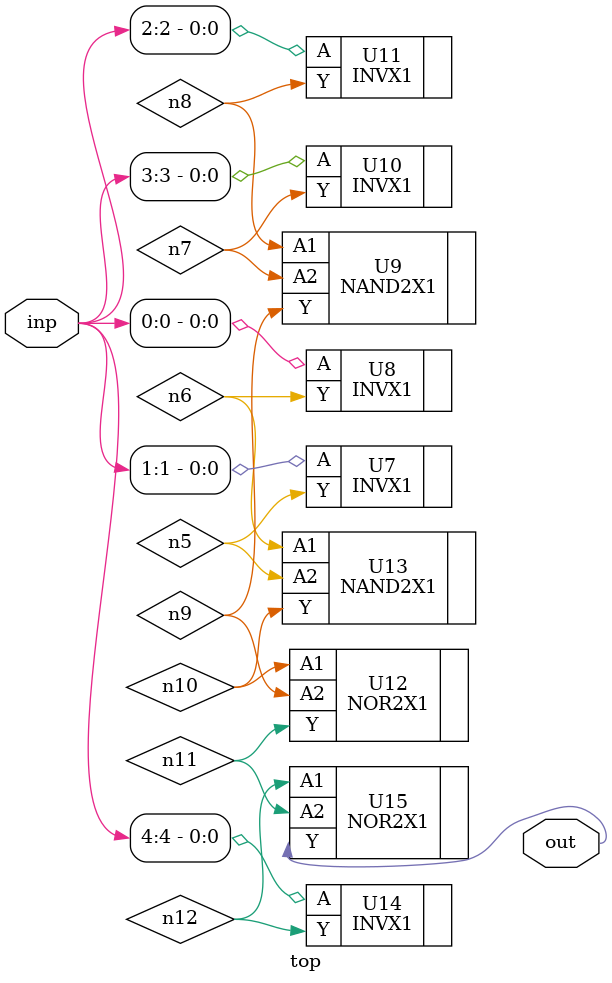
<source format=sv>


module top ( inp, out );
  input [4:0] inp;
  output out;
  wire   n5, n6, n7, n8, n9, n10, n11, n12;

  INVX1 U7 ( .A(inp[1]), .Y(n5) );
  INVX1 U8 ( .A(inp[0]), .Y(n6) );
  NAND2X1 U9 ( .A1(n8), .A2(n7), .Y(n9) );
  INVX1 U10 ( .A(inp[3]), .Y(n7) );
  INVX1 U11 ( .A(inp[2]), .Y(n8) );
  NOR2X1 U12 ( .A1(n10), .A2(n9), .Y(n11) );
  NAND2X1 U13 ( .A1(n6), .A2(n5), .Y(n10) );
  INVX1 U14 ( .A(inp[4]), .Y(n12) );
  NOR2X1 U15 ( .A1(n12), .A2(n11), .Y(out) );
endmodule


</source>
